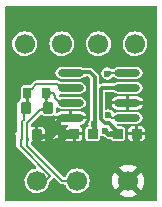
<source format=gtl>
G75*
G70*
%OFA0B0*%
%FSLAX25Y25*%
%IPPOS*%
%LPD*%
%AMOC8*
5,1,8,0,0,1.08239X$1,22.5*
%
%AMM1*
21,1,0.035430,0.030320,0.000000,0.000000,180.000000*
21,1,0.028350,0.037400,0.000000,0.000000,180.000000*
1,1,0.007090,-0.014170,0.015160*
1,1,0.007090,0.014170,0.015160*
1,1,0.007090,0.014170,-0.015160*
1,1,0.007090,-0.014170,-0.015160*
%
%AMM2*
21,1,0.033470,0.026770,0.000000,0.000000,0.000000*
21,1,0.026770,0.033470,0.000000,0.000000,0.000000*
1,1,0.006690,0.013390,-0.013390*
1,1,0.006690,-0.013390,-0.013390*
1,1,0.006690,-0.013390,0.013390*
1,1,0.006690,0.013390,0.013390*
%
%AMM3*
21,1,0.027560,0.030710,0.000000,0.000000,180.000000*
21,1,0.022050,0.036220,0.000000,0.000000,180.000000*
1,1,0.005510,-0.011020,0.015350*
1,1,0.005510,0.011020,0.015350*
1,1,0.005510,0.011020,-0.015350*
1,1,0.005510,-0.011020,-0.015350*
%
%ADD10C,0.06693*%
%ADD11O,0.00787X0.22323*%
%ADD12O,0.38583X0.01575*%
%ADD13O,0.43701X0.00787*%
%ADD14O,0.01969X0.00984*%
%ADD15O,0.00787X0.26772*%
%ADD16O,0.00984X0.01969*%
%ADD17C,0.02362*%
%ADD18C,0.00800*%
%ADD20C,0.00787*%
%ADD23M1*%
%ADD24O,0.08661X0.02362*%
%ADD25M2*%
%ADD26M3*%
%ADD27O,0.01968X0.00984*%
%ADD28O,0.00984X0.01968*%
%ADD29C,0.01575*%
%ADD30C,0.01181*%
X0000000Y0000000D02*
%LPD*%
G01*
D10*
X0024409Y0007087D03*
X0006929Y0052756D03*
X0043701Y0052756D03*
D11*
X0004085Y0034721D03*
D12*
X0028396Y0019514D03*
D13*
X0025640Y0045499D03*
D14*
X0046604Y0019514D03*
D15*
X0047293Y0032359D03*
D16*
X0005856Y0019711D03*
X0007825Y0019711D03*
D17*
X0033612Y0023845D03*
X0030167Y0025912D03*
X0034793Y0028865D03*
X0034498Y0042841D03*
D10*
X0011024Y0007087D03*
X0019291Y0052756D03*
X0041339Y0007087D03*
X0031496Y0052756D03*
D17*
X0003150Y0016929D03*
X0014567Y0016929D03*
X0001969Y0002362D03*
X0049213Y0063780D03*
X0001969Y0064173D03*
X0048031Y0002756D03*
D18*
X0007825Y0019711D02*
X0007825Y0018791D01*
X0007825Y0018791D02*
X0019529Y0007087D01*
X0019529Y0007087D02*
X0024409Y0007087D01*
X0013780Y0007087D02*
X0011024Y0007087D01*
X0015533Y0008840D02*
X0013780Y0007087D01*
X0005856Y0018517D02*
X0015533Y0008840D01*
X0005856Y0019711D02*
X0005856Y0018517D01*
G36*
X0050953Y0065276D02*
G01*
X0051136Y0065064D01*
X0051181Y0064858D01*
X0051181Y0000890D01*
X0051102Y0000622D01*
X0050891Y0000439D01*
X0050685Y0000394D01*
X0000890Y0000394D01*
X0000622Y0000472D01*
X0000439Y0000684D01*
X0000394Y0000890D01*
X0000394Y0002658D01*
X0038346Y0002658D01*
X0038367Y0002630D01*
X0039003Y0002259D01*
X0039040Y0002241D01*
X0039823Y0001942D01*
X0039862Y0001931D01*
X0040683Y0001764D01*
X0040724Y0001759D01*
X0041562Y0001728D01*
X0041602Y0001730D01*
X0042434Y0001836D01*
X0042473Y0001845D01*
X0043277Y0002086D01*
X0043314Y0002101D01*
X0044067Y0002470D01*
X0044102Y0002490D01*
X0044288Y0002623D01*
X0044321Y0002665D01*
X0044294Y0002717D01*
X0041389Y0005622D01*
X0041334Y0005652D01*
X0041327Y0005651D01*
X0041301Y0005635D01*
X0038373Y0002707D01*
X0038346Y0002658D01*
X0000394Y0002658D01*
X0000394Y0022845D01*
X0003394Y0022845D01*
X0004047Y0022192D01*
X0004181Y0021947D01*
X0004192Y0021841D01*
X0004192Y0018257D01*
X0004342Y0018257D01*
X0004611Y0018179D01*
X0004765Y0018022D01*
X0004779Y0017999D01*
X0004812Y0017934D01*
X0004851Y0017844D01*
X0004867Y0017825D01*
X0004875Y0017816D01*
X0004875Y0017816D01*
X0004883Y0017808D01*
X0004883Y0017807D01*
X0004912Y0017770D01*
X0004936Y0017744D01*
X0004960Y0017705D01*
X0004996Y0017677D01*
X0005046Y0017639D01*
X0005097Y0017595D01*
X0010668Y0012024D01*
X0010801Y0011779D01*
X0010782Y0011500D01*
X0010614Y0011276D01*
X0010362Y0011179D01*
X0010269Y0011171D01*
X0010269Y0011171D01*
X0010245Y0011169D01*
X0009467Y0010940D01*
X0008748Y0010564D01*
X0008729Y0010549D01*
X0008729Y0010549D01*
X0008689Y0010516D01*
X0008116Y0010056D01*
X0007595Y0009435D01*
X0007583Y0009413D01*
X0007583Y0009413D01*
X0007556Y0009365D01*
X0007204Y0008724D01*
X0006959Y0007951D01*
X0006956Y0007927D01*
X0006956Y0007927D01*
X0006948Y0007853D01*
X0006868Y0007145D01*
X0006882Y0006984D01*
X0006931Y0006392D01*
X0006936Y0006336D01*
X0006943Y0006313D01*
X0007152Y0005584D01*
X0007160Y0005557D01*
X0007171Y0005535D01*
X0007171Y0005535D01*
X0007519Y0004857D01*
X0007530Y0004835D01*
X0008034Y0004200D01*
X0008652Y0003674D01*
X0009360Y0003278D01*
X0009733Y0003157D01*
X0010108Y0003035D01*
X0010108Y0003035D01*
X0010131Y0003028D01*
X0010937Y0002932D01*
X0010961Y0002934D01*
X0010961Y0002934D01*
X0011181Y0002951D01*
X0011745Y0002994D01*
X0011769Y0003000D01*
X0011769Y0003000D01*
X0012503Y0003206D01*
X0012503Y0003206D01*
X0012526Y0003212D01*
X0012548Y0003223D01*
X0012548Y0003223D01*
X0013229Y0003567D01*
X0013250Y0003578D01*
X0013890Y0004077D01*
X0013908Y0004099D01*
X0014404Y0004673D01*
X0014404Y0004673D01*
X0014420Y0004691D01*
X0014502Y0004835D01*
X0014571Y0004958D01*
X0014820Y0005396D01*
X0015076Y0006166D01*
X0015132Y0006610D01*
X0015244Y0006866D01*
X0015274Y0006899D01*
X0016228Y0007853D01*
X0016262Y0007884D01*
X0016301Y0007905D01*
X0016331Y0007941D01*
X0016347Y0007954D01*
X0016604Y0008063D01*
X0016880Y0008016D01*
X0017013Y0007921D01*
X0018542Y0006392D01*
X0018549Y0006384D01*
X0018558Y0006365D01*
X0018592Y0006334D01*
X0018592Y0006334D01*
X0018700Y0006233D01*
X0018714Y0006220D01*
X0018767Y0006167D01*
X0018782Y0006157D01*
X0018793Y0006147D01*
X0018849Y0006095D01*
X0018849Y0006095D01*
X0018883Y0006064D01*
X0018925Y0006047D01*
X0018941Y0006037D01*
X0018985Y0006014D01*
X0019001Y0006006D01*
X0019039Y0005980D01*
X0019084Y0005970D01*
X0019134Y0005958D01*
X0019204Y0005936D01*
X0019262Y0005913D01*
X0019262Y0005913D01*
X0019294Y0005900D01*
X0019319Y0005897D01*
X0019332Y0005897D01*
X0019332Y0005897D01*
X0019344Y0005897D01*
X0019343Y0005896D01*
X0019390Y0005890D01*
X0019426Y0005889D01*
X0019470Y0005878D01*
X0019516Y0005884D01*
X0019516Y0005884D01*
X0019578Y0005893D01*
X0019645Y0005897D01*
X0020076Y0005897D01*
X0020344Y0005818D01*
X0020537Y0005584D01*
X0020539Y0005580D01*
X0020545Y0005557D01*
X0020616Y0005419D01*
X0020784Y0005093D01*
X0020916Y0004835D01*
X0021420Y0004200D01*
X0022038Y0003674D01*
X0022746Y0003278D01*
X0023119Y0003157D01*
X0023494Y0003035D01*
X0023494Y0003035D01*
X0023517Y0003028D01*
X0024322Y0002932D01*
X0024347Y0002934D01*
X0024347Y0002934D01*
X0024567Y0002951D01*
X0025131Y0002994D01*
X0025154Y0003000D01*
X0025154Y0003000D01*
X0025889Y0003206D01*
X0025889Y0003206D01*
X0025912Y0003212D01*
X0025934Y0003223D01*
X0025934Y0003223D01*
X0026615Y0003567D01*
X0026636Y0003578D01*
X0027275Y0004077D01*
X0027294Y0004099D01*
X0027790Y0004673D01*
X0027790Y0004673D01*
X0027805Y0004691D01*
X0027887Y0004835D01*
X0027957Y0004958D01*
X0028206Y0005396D01*
X0028462Y0006166D01*
X0028564Y0006971D01*
X0028565Y0007087D01*
X0028554Y0007197D01*
X0035977Y0007197D01*
X0036025Y0006360D01*
X0036030Y0006320D01*
X0036215Y0005502D01*
X0036227Y0005463D01*
X0036542Y0004687D01*
X0036561Y0004650D01*
X0036876Y0004136D01*
X0036917Y0004099D01*
X0036952Y0004114D01*
X0039874Y0007036D01*
X0039899Y0007082D01*
X0042773Y0007082D01*
X0042774Y0007075D01*
X0042791Y0007049D01*
X0045711Y0004129D01*
X0045758Y0004103D01*
X0045804Y0004138D01*
X0045925Y0004307D01*
X0045946Y0004342D01*
X0046318Y0005093D01*
X0046333Y0005131D01*
X0046576Y0005933D01*
X0046585Y0005973D01*
X0046695Y0006811D01*
X0046697Y0006838D01*
X0046703Y0007073D01*
X0046702Y0007100D01*
X0046633Y0007943D01*
X0046626Y0007983D01*
X0046422Y0008796D01*
X0046409Y0008834D01*
X0046075Y0009603D01*
X0046056Y0009639D01*
X0045799Y0010035D01*
X0045757Y0010071D01*
X0045720Y0010054D01*
X0042803Y0007137D01*
X0042773Y0007082D01*
X0039899Y0007082D01*
X0039904Y0007091D01*
X0039903Y0007098D01*
X0039887Y0007124D01*
X0036968Y0010043D01*
X0036922Y0010068D01*
X0036874Y0010030D01*
X0036685Y0009753D01*
X0036665Y0009718D01*
X0036312Y0008958D01*
X0036298Y0008919D01*
X0036074Y0008111D01*
X0036067Y0008072D01*
X0035978Y0007238D01*
X0035977Y0007197D01*
X0028554Y0007197D01*
X0028486Y0007894D01*
X0028252Y0008670D01*
X0027871Y0009386D01*
X0027572Y0009753D01*
X0027374Y0009996D01*
X0027374Y0009996D01*
X0027358Y0010015D01*
X0027340Y0010030D01*
X0026752Y0010516D01*
X0026752Y0010517D01*
X0026733Y0010532D01*
X0026020Y0010918D01*
X0025245Y0011158D01*
X0025221Y0011160D01*
X0025221Y0011160D01*
X0024463Y0011240D01*
X0024463Y0011240D01*
X0024438Y0011242D01*
X0024097Y0011211D01*
X0023655Y0011171D01*
X0023655Y0011171D01*
X0023631Y0011169D01*
X0022853Y0010940D01*
X0022134Y0010564D01*
X0022115Y0010549D01*
X0022115Y0010549D01*
X0022075Y0010516D01*
X0021502Y0010056D01*
X0020980Y0009435D01*
X0020969Y0009413D01*
X0020969Y0009413D01*
X0020942Y0009365D01*
X0020590Y0008724D01*
X0020582Y0008701D01*
X0020575Y0008685D01*
X0020397Y0008469D01*
X0020131Y0008384D01*
X0019861Y0008457D01*
X0019769Y0008529D01*
X0016788Y0011510D01*
X0038351Y0011510D01*
X0038378Y0011462D01*
X0041288Y0008551D01*
X0041343Y0008521D01*
X0041350Y0008522D01*
X0041376Y0008539D01*
X0044305Y0011467D01*
X0044332Y0011518D01*
X0044306Y0011554D01*
X0044290Y0011565D01*
X0043556Y0011970D01*
X0043519Y0011987D01*
X0042728Y0012267D01*
X0042689Y0012277D01*
X0041863Y0012424D01*
X0041823Y0012428D01*
X0040985Y0012438D01*
X0040944Y0012435D01*
X0040115Y0012308D01*
X0040076Y0012299D01*
X0039279Y0012039D01*
X0039242Y0012023D01*
X0038498Y0011636D01*
X0038464Y0011614D01*
X0038385Y0011555D01*
X0038351Y0011510D01*
X0016788Y0011510D01*
X0009252Y0019046D01*
X0009118Y0019292D01*
X0009106Y0019397D01*
X0009106Y0019457D01*
X0009185Y0019726D01*
X0009252Y0019808D01*
X0009492Y0020049D01*
X0009737Y0020183D01*
X0009843Y0020194D01*
X0047047Y0020194D01*
X0047047Y0045243D01*
X0004429Y0045243D01*
X0004429Y0024086D01*
X0004350Y0023818D01*
X0004284Y0023735D01*
X0003394Y0022845D01*
X0000394Y0022845D01*
X0000394Y0052814D01*
X0002774Y0052814D01*
X0002842Y0052006D01*
X0003065Y0051226D01*
X0003076Y0051204D01*
X0003076Y0051204D01*
X0003158Y0051044D01*
X0003436Y0050505D01*
X0003940Y0049869D01*
X0004557Y0049343D01*
X0005265Y0048948D01*
X0005639Y0048826D01*
X0006014Y0048705D01*
X0006014Y0048704D01*
X0006037Y0048697D01*
X0006842Y0048601D01*
X0006866Y0048603D01*
X0006866Y0048603D01*
X0007087Y0048620D01*
X0007651Y0048663D01*
X0007674Y0048670D01*
X0007674Y0048670D01*
X0008409Y0048875D01*
X0008409Y0048875D01*
X0008432Y0048881D01*
X0008454Y0048892D01*
X0008454Y0048892D01*
X0009134Y0049236D01*
X0009156Y0049247D01*
X0009795Y0049746D01*
X0010325Y0050360D01*
X0010407Y0050505D01*
X0010714Y0051044D01*
X0010726Y0051066D01*
X0010982Y0051835D01*
X0011083Y0052640D01*
X0011085Y0052756D01*
X0011079Y0052814D01*
X0015136Y0052814D01*
X0015204Y0052006D01*
X0015427Y0051226D01*
X0015438Y0051204D01*
X0015438Y0051204D01*
X0015521Y0051044D01*
X0015798Y0050505D01*
X0016302Y0049869D01*
X0016920Y0049343D01*
X0017628Y0048948D01*
X0018001Y0048826D01*
X0018376Y0048705D01*
X0018376Y0048704D01*
X0018399Y0048697D01*
X0019204Y0048601D01*
X0019228Y0048603D01*
X0019228Y0048603D01*
X0019449Y0048620D01*
X0020013Y0048663D01*
X0020036Y0048670D01*
X0020036Y0048670D01*
X0020771Y0048875D01*
X0020771Y0048875D01*
X0020794Y0048881D01*
X0020816Y0048892D01*
X0020816Y0048892D01*
X0021497Y0049236D01*
X0021518Y0049247D01*
X0022157Y0049746D01*
X0022687Y0050360D01*
X0022769Y0050505D01*
X0023076Y0051044D01*
X0023088Y0051066D01*
X0023344Y0051835D01*
X0023446Y0052640D01*
X0023447Y0052756D01*
X0023441Y0052814D01*
X0027341Y0052814D01*
X0027408Y0052006D01*
X0027632Y0051226D01*
X0027643Y0051204D01*
X0027643Y0051204D01*
X0027725Y0051044D01*
X0028003Y0050505D01*
X0028507Y0049869D01*
X0029124Y0049343D01*
X0029832Y0048948D01*
X0030206Y0048826D01*
X0030581Y0048705D01*
X0030581Y0048704D01*
X0030604Y0048697D01*
X0031409Y0048601D01*
X0031433Y0048603D01*
X0031433Y0048603D01*
X0031654Y0048620D01*
X0032218Y0048663D01*
X0032241Y0048670D01*
X0032241Y0048670D01*
X0032976Y0048875D01*
X0032976Y0048875D01*
X0032999Y0048881D01*
X0033021Y0048892D01*
X0033021Y0048892D01*
X0033701Y0049236D01*
X0033723Y0049247D01*
X0034362Y0049746D01*
X0034892Y0050360D01*
X0034974Y0050505D01*
X0035281Y0051044D01*
X0035293Y0051066D01*
X0035549Y0051835D01*
X0035650Y0052640D01*
X0035652Y0052756D01*
X0035646Y0052814D01*
X0039545Y0052814D01*
X0039613Y0052006D01*
X0039837Y0051226D01*
X0039848Y0051204D01*
X0039848Y0051204D01*
X0039930Y0051044D01*
X0040208Y0050505D01*
X0040711Y0049869D01*
X0041329Y0049343D01*
X0042037Y0048948D01*
X0042410Y0048826D01*
X0042785Y0048705D01*
X0042785Y0048704D01*
X0042808Y0048697D01*
X0043614Y0048601D01*
X0043638Y0048603D01*
X0043638Y0048603D01*
X0043858Y0048620D01*
X0044422Y0048663D01*
X0044446Y0048670D01*
X0044446Y0048670D01*
X0045180Y0048875D01*
X0045180Y0048875D01*
X0045204Y0048881D01*
X0045225Y0048892D01*
X0045225Y0048892D01*
X0045906Y0049236D01*
X0045928Y0049247D01*
X0046567Y0049746D01*
X0047097Y0050360D01*
X0047179Y0050505D01*
X0047485Y0051044D01*
X0047497Y0051066D01*
X0047753Y0051835D01*
X0047855Y0052640D01*
X0047857Y0052756D01*
X0047777Y0053563D01*
X0047543Y0054340D01*
X0047162Y0055056D01*
X0046873Y0055410D01*
X0046665Y0055665D01*
X0046665Y0055665D01*
X0046650Y0055684D01*
X0046582Y0055740D01*
X0046043Y0056186D01*
X0046043Y0056186D01*
X0046025Y0056201D01*
X0045311Y0056587D01*
X0044536Y0056827D01*
X0044512Y0056829D01*
X0044512Y0056829D01*
X0043754Y0056909D01*
X0043754Y0056909D01*
X0043730Y0056912D01*
X0043388Y0056881D01*
X0042946Y0056840D01*
X0042946Y0056840D01*
X0042922Y0056838D01*
X0042144Y0056609D01*
X0041425Y0056233D01*
X0041406Y0056218D01*
X0041406Y0056218D01*
X0041366Y0056186D01*
X0040793Y0055725D01*
X0040272Y0055104D01*
X0040260Y0055083D01*
X0040260Y0055083D01*
X0040234Y0055034D01*
X0039881Y0054393D01*
X0039636Y0053620D01*
X0039633Y0053596D01*
X0039633Y0053596D01*
X0039548Y0052838D01*
X0039545Y0052814D01*
X0035646Y0052814D01*
X0035573Y0053563D01*
X0035338Y0054340D01*
X0034958Y0055056D01*
X0034669Y0055410D01*
X0034460Y0055665D01*
X0034460Y0055665D01*
X0034445Y0055684D01*
X0034377Y0055740D01*
X0033839Y0056186D01*
X0033839Y0056186D01*
X0033820Y0056201D01*
X0033107Y0056587D01*
X0032332Y0056827D01*
X0032308Y0056829D01*
X0032308Y0056829D01*
X0031549Y0056909D01*
X0031549Y0056909D01*
X0031525Y0056912D01*
X0031183Y0056881D01*
X0030742Y0056840D01*
X0030741Y0056840D01*
X0030717Y0056838D01*
X0029939Y0056609D01*
X0029220Y0056233D01*
X0029202Y0056218D01*
X0029202Y0056218D01*
X0029161Y0056186D01*
X0028588Y0055725D01*
X0028067Y0055104D01*
X0028055Y0055083D01*
X0028055Y0055083D01*
X0028029Y0055034D01*
X0027676Y0054393D01*
X0027431Y0053620D01*
X0027428Y0053596D01*
X0027428Y0053596D01*
X0027343Y0052838D01*
X0027341Y0052814D01*
X0023441Y0052814D01*
X0023368Y0053563D01*
X0023134Y0054340D01*
X0022753Y0055056D01*
X0022464Y0055410D01*
X0022256Y0055665D01*
X0022256Y0055665D01*
X0022240Y0055684D01*
X0022172Y0055740D01*
X0021634Y0056186D01*
X0021634Y0056186D01*
X0021615Y0056201D01*
X0020902Y0056587D01*
X0020127Y0056827D01*
X0020103Y0056829D01*
X0020103Y0056829D01*
X0019344Y0056909D01*
X0019344Y0056909D01*
X0019320Y0056912D01*
X0018978Y0056881D01*
X0018537Y0056840D01*
X0018537Y0056840D01*
X0018513Y0056838D01*
X0017735Y0056609D01*
X0017016Y0056233D01*
X0016997Y0056218D01*
X0016997Y0056218D01*
X0016957Y0056186D01*
X0016384Y0055725D01*
X0015862Y0055104D01*
X0015851Y0055083D01*
X0015851Y0055083D01*
X0015824Y0055034D01*
X0015472Y0054393D01*
X0015226Y0053620D01*
X0015224Y0053596D01*
X0015224Y0053596D01*
X0015139Y0052838D01*
X0015136Y0052814D01*
X0011079Y0052814D01*
X0011006Y0053563D01*
X0010771Y0054340D01*
X0010391Y0055056D01*
X0010102Y0055410D01*
X0009893Y0055665D01*
X0009893Y0055665D01*
X0009878Y0055684D01*
X0009810Y0055740D01*
X0009272Y0056186D01*
X0009272Y0056186D01*
X0009253Y0056201D01*
X0008540Y0056587D01*
X0007765Y0056827D01*
X0007741Y0056829D01*
X0007741Y0056829D01*
X0006982Y0056909D01*
X0006982Y0056909D01*
X0006958Y0056912D01*
X0006616Y0056881D01*
X0006175Y0056840D01*
X0006175Y0056840D01*
X0006150Y0056838D01*
X0005372Y0056609D01*
X0004654Y0056233D01*
X0004635Y0056218D01*
X0004635Y0056218D01*
X0004594Y0056186D01*
X0004021Y0055725D01*
X0003500Y0055104D01*
X0003488Y0055083D01*
X0003488Y0055083D01*
X0003462Y0055034D01*
X0003109Y0054393D01*
X0002864Y0053620D01*
X0002861Y0053596D01*
X0002861Y0053596D01*
X0002776Y0052838D01*
X0002774Y0052814D01*
X0000394Y0052814D01*
X0000394Y0064858D01*
X0000472Y0065126D01*
X0000684Y0065310D01*
X0000890Y0065354D01*
X0050685Y0065354D01*
X0050953Y0065276D01*
G37*
X0003297Y0018432D02*
G01*
G75*
G36*
X0047794Y0045097D02*
X0047685Y0019515D01*
X0020974Y0019315D01*
X0020616Y0019768D01*
X0020721Y0020263D01*
X0020781Y0020293D01*
X0019819Y0020293D01*
X0019614Y0020077D01*
X0019424Y0020293D01*
X0018454Y0020293D01*
X0018454Y0019802D01*
X0017696Y0019802D01*
X0017689Y0019403D01*
X0017637Y0019434D01*
X0017558Y0019461D01*
X0017452Y0019486D01*
X0017320Y0019507D01*
X0016973Y0019540D01*
X0016251Y0019564D01*
X0016173Y0019564D01*
X0015960Y0019278D01*
X0013610Y0019260D01*
X0013476Y0019505D01*
X0013407Y0019759D01*
X0013667Y0020148D01*
X0013772Y0020676D01*
X0013772Y0021092D01*
X0013400Y0021053D01*
X0013207Y0021010D01*
X0013044Y0020954D01*
X0012909Y0020886D01*
X0012804Y0020805D01*
X0012728Y0020712D01*
X0012681Y0020607D01*
X0012664Y0020489D01*
X0012691Y0021692D01*
X0010974Y0021692D01*
X0010974Y0022192D01*
X0010474Y0022192D01*
X0010474Y0025088D01*
X0009557Y0025088D01*
X0009482Y0025074D01*
X0009084Y0025394D01*
X0009070Y0025848D01*
X0012340Y0029118D01*
X0012474Y0029105D01*
X0012852Y0028853D01*
X0013297Y0028764D01*
X0016132Y0028764D01*
X0016577Y0028853D01*
X0016957Y0028558D01*
X0021773Y0028558D01*
X0021773Y0030282D01*
X0019124Y0030282D01*
X0018273Y0030113D01*
X0017776Y0029781D01*
X0017594Y0029837D01*
X0017296Y0030061D01*
X0017296Y0031419D01*
X0017796Y0031578D01*
X0018356Y0031204D01*
X0019124Y0031051D01*
X0025423Y0031051D01*
X0026191Y0031204D01*
X0026842Y0031639D01*
X0027277Y0032290D01*
X0027430Y0033058D01*
X0027277Y0033826D01*
X0026842Y0034477D01*
X0026191Y0034912D01*
X0025423Y0035065D01*
X0019124Y0035065D01*
X0019046Y0035050D01*
X0018662Y0035050D01*
X0018380Y0035459D01*
X0018332Y0035698D01*
X0018682Y0036115D01*
X0018717Y0036132D01*
X0019124Y0036051D01*
X0025423Y0036051D01*
X0026191Y0036204D01*
X0026842Y0036639D01*
X0027277Y0037290D01*
X0027430Y0038058D01*
X0027277Y0038826D01*
X0026842Y0039477D01*
X0026191Y0039912D01*
X0025423Y0040065D01*
X0019124Y0040065D01*
X0019046Y0040050D01*
X0018931Y0040050D01*
X0018929Y0040052D01*
X0018791Y0040189D01*
X0018401Y0040450D01*
X0017940Y0040542D01*
X0017940Y0040542D01*
X0010817Y0040542D01*
X0010356Y0040450D01*
X0009965Y0040189D01*
X0009965Y0040189D01*
X0008741Y0038965D01*
X0006722Y0038965D01*
X0006307Y0038882D01*
X0005956Y0038647D01*
X0005721Y0038296D01*
X0005638Y0037881D01*
X0005638Y0034810D01*
X0005679Y0034606D01*
X0005427Y0034093D01*
X0005371Y0034035D01*
X0004993Y0033783D01*
X0004741Y0033405D01*
X0004683Y0033112D01*
X0004183Y0033161D01*
X0004183Y0045548D01*
X0018990Y0045548D01*
X0019039Y0045048D01*
X0018356Y0044912D01*
X0017705Y0044477D01*
X0017269Y0043826D01*
X0017117Y0043058D01*
X0017269Y0042290D01*
X0017705Y0041639D01*
X0018356Y0041204D01*
X0019124Y0041051D01*
X0025423Y0041051D01*
X0026191Y0041204D01*
X0026842Y0041639D01*
X0026979Y0041843D01*
X0026990Y0041845D01*
X0027375Y0041879D01*
X0027962Y0041879D01*
X0028861Y0040980D01*
X0028861Y0027488D01*
X0028857Y0027460D01*
X0028848Y0027412D01*
X0028844Y0027396D01*
X0028748Y0027332D01*
X0028313Y0026680D01*
X0028160Y0025912D01*
X0028224Y0025591D01*
X0027946Y0025175D01*
X0027859Y0025158D01*
X0027488Y0024910D01*
X0027240Y0024539D01*
X0027153Y0024101D01*
X0027153Y0021424D01*
X0027240Y0020986D01*
X0027488Y0020615D01*
X0027859Y0020367D01*
X0028297Y0020280D01*
X0030974Y0020280D01*
X0031412Y0020367D01*
X0031783Y0020615D01*
X0032031Y0020986D01*
X0032118Y0021424D01*
X0032118Y0021875D01*
X0032618Y0022142D01*
X0032844Y0021991D01*
X0033406Y0021879D01*
X0033707Y0021578D01*
X0034228Y0021230D01*
X0034842Y0021108D01*
X0034842Y0021108D01*
X0035214Y0021108D01*
X0035306Y0021101D01*
X0035475Y0021076D01*
X0035573Y0021052D01*
X0035586Y0020986D01*
X0035834Y0020615D01*
X0036206Y0020367D01*
X0036643Y0020280D01*
X0039321Y0020280D01*
X0039758Y0020367D01*
X0040129Y0020615D01*
X0040377Y0020986D01*
X0040465Y0021424D01*
X0040465Y0024101D01*
X0040377Y0024539D01*
X0040129Y0024910D01*
X0039758Y0025158D01*
X0039321Y0025245D01*
X0038119Y0025245D01*
X0038068Y0025274D01*
X0037916Y0025374D01*
X0037624Y0025620D01*
X0037847Y0026086D01*
X0038021Y0026051D01*
X0044321Y0026051D01*
X0045089Y0026204D01*
X0045740Y0026639D01*
X0046175Y0027290D01*
X0046328Y0028058D01*
X0046175Y0028826D01*
X0045740Y0029477D01*
X0045089Y0029912D01*
X0044321Y0030065D01*
X0038021Y0030065D01*
X0037253Y0029912D01*
X0037085Y0029800D01*
X0036428Y0029962D01*
X0036212Y0030284D01*
X0035561Y0030719D01*
X0034793Y0030872D01*
X0034139Y0030742D01*
X0033639Y0031017D01*
X0033639Y0036712D01*
X0036046Y0036712D01*
X0036095Y0036708D01*
X0036231Y0036690D01*
X0036356Y0036665D01*
X0036473Y0036635D01*
X0036581Y0036598D01*
X0036681Y0036557D01*
X0036774Y0036510D01*
X0036861Y0036457D01*
X0036967Y0036382D01*
X0037026Y0036356D01*
X0037253Y0036204D01*
X0038021Y0036051D01*
X0044321Y0036051D01*
X0045089Y0036204D01*
X0045740Y0036639D01*
X0046175Y0037290D01*
X0046328Y0038058D01*
X0046175Y0038826D01*
X0045740Y0039477D01*
X0045089Y0039912D01*
X0044321Y0040065D01*
X0038021Y0040065D01*
X0037253Y0039912D01*
X0037032Y0039765D01*
X0036977Y0039741D01*
X0036907Y0039693D01*
X0036858Y0039666D01*
X0036793Y0039637D01*
X0036711Y0039609D01*
X0036612Y0039582D01*
X0036495Y0039558D01*
X0036371Y0039539D01*
X0036146Y0039522D01*
X0032753Y0039522D01*
X0032215Y0039415D01*
X0032171Y0039385D01*
X0031671Y0039652D01*
X0031671Y0041562D01*
X0031564Y0042100D01*
X0031259Y0042555D01*
X0029537Y0044277D01*
X0029081Y0044582D01*
X0028544Y0044689D01*
X0027012Y0044689D01*
X0026886Y0044694D01*
X0026612Y0044722D01*
X0026526Y0044736D01*
X0026463Y0044751D01*
X0026443Y0044757D01*
X0026437Y0044761D01*
X0026397Y0044776D01*
X0026394Y0044777D01*
X0026393Y0044777D01*
X0026191Y0044912D01*
X0025508Y0045048D01*
X0025557Y0045548D01*
X0037887Y0045548D01*
X0037936Y0045048D01*
X0037253Y0044912D01*
X0036602Y0044477D01*
X0036467Y0044275D01*
X0036331Y0044262D01*
X0036112Y0044262D01*
X0036061Y0044271D01*
X0036007Y0044284D01*
X0035951Y0044301D01*
X0035893Y0044323D01*
X0035843Y0044345D01*
X0035695Y0044427D01*
X0035619Y0044478D01*
X0035549Y0044507D01*
X0035266Y0044696D01*
X0034498Y0044849D01*
X0033730Y0044696D01*
X0033079Y0044261D01*
X0032643Y0043609D01*
X0032491Y0042841D01*
X0032643Y0042073D01*
X0033079Y0041422D01*
X0033730Y0040987D01*
X0034498Y0040834D01*
X0035266Y0040987D01*
X0035917Y0041422D01*
X0036041Y0041608D01*
X0036297Y0041655D01*
X0036602Y0041639D01*
X0037253Y0041204D01*
X0038021Y0041051D01*
X0044321Y0041051D01*
X0045089Y0041204D01*
X0045740Y0041639D01*
X0046175Y0042290D01*
X0046328Y0043058D01*
X0046175Y0043826D01*
X0045740Y0044477D01*
X0045089Y0044912D01*
X0044406Y0045048D01*
X0044455Y0045548D01*
X0047342Y0045548D01*
X0047794Y0045097D01*
D02*
G37*
G36*
X0037162Y0042278D02*
X0037151Y0042351D01*
X0037120Y0042417D01*
X0037069Y0042475D01*
X0036997Y0042525D01*
X0036904Y0042568D01*
X0036791Y0042602D01*
X0036657Y0042629D01*
X0036502Y0042649D01*
X0036327Y0042660D01*
X0036298Y0042661D01*
X0036262Y0042659D01*
X0036155Y0042645D01*
X0036053Y0042621D01*
X0035956Y0042587D01*
X0035864Y0042544D01*
X0035777Y0042491D01*
X0035695Y0042429D01*
X0035618Y0042356D01*
X0035546Y0042275D01*
X0035479Y0042183D01*
X0035175Y0043809D01*
X0035278Y0043741D01*
X0035483Y0043627D01*
X0035587Y0043580D01*
X0035691Y0043541D01*
X0035795Y0043509D01*
X0035900Y0043484D01*
X0036006Y0043466D01*
X0036111Y0043455D01*
X0036186Y0043453D01*
X0036327Y0043455D01*
X0036657Y0043486D01*
X0036791Y0043514D01*
X0036904Y0043548D01*
X0036997Y0043591D01*
X0037069Y0043641D01*
X0037120Y0043699D01*
X0037151Y0043765D01*
X0037162Y0043838D01*
X0037162Y0042278D01*
D02*
G37*
G36*
X0026075Y0044040D02*
X0026156Y0044006D01*
X0026254Y0043975D01*
X0026371Y0043948D01*
X0026506Y0043926D01*
X0026829Y0043893D01*
X0027226Y0043877D01*
X0027451Y0043874D01*
X0027718Y0042693D01*
X0027405Y0042688D01*
X0026879Y0042641D01*
X0026666Y0042600D01*
X0026486Y0042548D01*
X0026341Y0042484D01*
X0026228Y0042409D01*
X0026149Y0042321D01*
X0026103Y0042223D01*
X0026091Y0042112D01*
X0026013Y0044079D01*
X0026075Y0044040D01*
D02*
G37*
G36*
X0018321Y0039515D02*
X0018581Y0039291D01*
X0018652Y0039242D01*
X0018714Y0039207D01*
X0018769Y0039184D01*
X0018815Y0039174D01*
X0018852Y0039177D01*
X0018882Y0039193D01*
X0018031Y0038444D01*
X0018051Y0038471D01*
X0018058Y0038505D01*
X0018053Y0038548D01*
X0018035Y0038598D01*
X0018004Y0038655D01*
X0017961Y0038721D01*
X0017905Y0038794D01*
X0017755Y0038963D01*
X0017661Y0039059D01*
X0018218Y0039616D01*
X0018321Y0039515D01*
D02*
G37*
G36*
X0037432Y0037037D02*
X0037301Y0037130D01*
X0037162Y0037213D01*
X0037017Y0037287D01*
X0036864Y0037350D01*
X0036703Y0037404D01*
X0036536Y0037448D01*
X0036362Y0037482D01*
X0036180Y0037507D01*
X0035991Y0037522D01*
X0035795Y0037526D01*
X0035865Y0038708D01*
X0036076Y0038711D01*
X0036461Y0038741D01*
X0036635Y0038767D01*
X0036798Y0038801D01*
X0036949Y0038841D01*
X0037087Y0038890D01*
X0037214Y0038945D01*
X0037329Y0039009D01*
X0037432Y0039079D01*
X0037432Y0037037D01*
D02*
G37*
G36*
X0015491Y0037058D02*
X0015515Y0036991D01*
X0015555Y0036932D01*
X0015611Y0036881D01*
X0015683Y0036838D01*
X0015771Y0036802D01*
X0015875Y0036774D01*
X0015994Y0036755D01*
X0016130Y0036743D01*
X0016282Y0036739D01*
X0016282Y0035952D01*
X0016130Y0035948D01*
X0015994Y0035936D01*
X0015875Y0035916D01*
X0015771Y0035889D01*
X0015683Y0035853D01*
X0015611Y0035810D01*
X0015555Y0035759D01*
X0015515Y0035700D01*
X0015491Y0035633D01*
X0015483Y0035558D01*
X0015483Y0037133D01*
X0015491Y0037058D01*
D02*
G37*
G36*
X0008537Y0034545D02*
X0008470Y0034521D01*
X0008411Y0034481D01*
X0008360Y0034425D01*
X0008317Y0034353D01*
X0008281Y0034265D01*
X0008254Y0034162D01*
X0008234Y0034042D01*
X0008224Y0033925D01*
X0008234Y0033808D01*
X0008254Y0033688D01*
X0008281Y0033584D01*
X0008317Y0033497D01*
X0008360Y0033424D01*
X0008411Y0033369D01*
X0008470Y0033329D01*
X0008537Y0033305D01*
X0008612Y0033297D01*
X0007037Y0033297D01*
X0007112Y0033305D01*
X0007179Y0033329D01*
X0007238Y0033369D01*
X0007289Y0033424D01*
X0007332Y0033497D01*
X0007368Y0033584D01*
X0007395Y0033688D01*
X0007415Y0033808D01*
X0007425Y0033925D01*
X0007415Y0034042D01*
X0007395Y0034162D01*
X0007368Y0034265D01*
X0007332Y0034353D01*
X0007289Y0034425D01*
X0007238Y0034481D01*
X0007179Y0034521D01*
X0007112Y0034545D01*
X0007037Y0034553D01*
X0008612Y0034553D01*
X0008537Y0034545D01*
D02*
G37*
G36*
X0014836Y0034545D02*
X0014769Y0034521D01*
X0014710Y0034481D01*
X0014659Y0034425D01*
X0014616Y0034353D01*
X0014580Y0034265D01*
X0014553Y0034162D01*
X0014533Y0034042D01*
X0014523Y0033925D01*
X0014533Y0033808D01*
X0014553Y0033688D01*
X0014580Y0033584D01*
X0014616Y0033497D01*
X0014659Y0033424D01*
X0014710Y0033369D01*
X0014769Y0033329D01*
X0014836Y0033305D01*
X0014911Y0033297D01*
X0013336Y0033297D01*
X0013411Y0033305D01*
X0013478Y0033329D01*
X0013537Y0033369D01*
X0013588Y0033424D01*
X0013632Y0033497D01*
X0013667Y0033584D01*
X0013695Y0033688D01*
X0013714Y0033808D01*
X0013724Y0033925D01*
X0013714Y0034042D01*
X0013695Y0034162D01*
X0013667Y0034265D01*
X0013632Y0034353D01*
X0013588Y0034425D01*
X0013537Y0034481D01*
X0013478Y0034521D01*
X0013411Y0034545D01*
X0013336Y0034553D01*
X0014911Y0034553D01*
X0014836Y0034545D01*
D02*
G37*
G36*
X0012960Y0030339D02*
X0012954Y0030368D01*
X0012938Y0030394D01*
X0012910Y0030416D01*
X0012871Y0030436D01*
X0012821Y0030453D01*
X0012759Y0030466D01*
X0012687Y0030477D01*
X0012603Y0030485D01*
X0012403Y0030491D01*
X0012403Y0031278D01*
X0012509Y0031279D01*
X0012687Y0031291D01*
X0012759Y0031302D01*
X0012821Y0031316D01*
X0012871Y0031332D01*
X0012910Y0031352D01*
X0012938Y0031375D01*
X0012954Y0031401D01*
X0012960Y0031429D01*
X0012960Y0030339D01*
D02*
G37*
G36*
X0007454Y0029583D02*
X0007388Y0029559D01*
X0007328Y0029519D01*
X0007277Y0029463D01*
X0007234Y0029391D01*
X0007199Y0029303D01*
X0007171Y0029199D01*
X0007151Y0029079D01*
X0007139Y0028943D01*
X0007136Y0028792D01*
X0006348Y0028792D01*
X0006344Y0028943D01*
X0006332Y0029079D01*
X0006313Y0029199D01*
X0006285Y0029303D01*
X0006250Y0029391D01*
X0006206Y0029463D01*
X0006155Y0029519D01*
X0006096Y0029559D01*
X0006029Y0029583D01*
X0005954Y0029591D01*
X0007529Y0029591D01*
X0007454Y0029583D01*
D02*
G37*
G36*
X0037146Y0027298D02*
X0037138Y0027371D01*
X0037108Y0027437D01*
X0037057Y0027495D01*
X0036986Y0027545D01*
X0036894Y0027587D01*
X0036782Y0027622D01*
X0036648Y0027649D01*
X0036494Y0027668D01*
X0036319Y0027680D01*
X0036124Y0027684D01*
X0036140Y0028471D01*
X0036335Y0028475D01*
X0036666Y0028506D01*
X0036800Y0028533D01*
X0036914Y0028568D01*
X0037007Y0028610D01*
X0037080Y0028661D01*
X0037133Y0028719D01*
X0037165Y0028784D01*
X0037177Y0028858D01*
X0037146Y0027298D01*
D02*
G37*
G36*
X0030856Y0027580D02*
X0030858Y0027453D01*
X0030874Y0027223D01*
X0030889Y0027121D01*
X0030907Y0027027D01*
X0030930Y0026942D01*
X0030957Y0026865D01*
X0030987Y0026796D01*
X0031022Y0026736D01*
X0031061Y0026684D01*
X0029413Y0026822D01*
X0029463Y0026870D01*
X0029508Y0026926D01*
X0029547Y0026991D01*
X0029581Y0027065D01*
X0029610Y0027148D01*
X0029633Y0027240D01*
X0029651Y0027340D01*
X0029665Y0027450D01*
X0029672Y0027568D01*
X0029675Y0027695D01*
X0030856Y0027580D01*
D02*
G37*
G36*
X0030860Y0025411D02*
X0030882Y0025126D01*
X0031061Y0025141D01*
X0031022Y0025089D01*
X0030987Y0025029D01*
X0030957Y0024960D01*
X0030930Y0024883D01*
X0030923Y0024858D01*
X0030944Y0024771D01*
X0030982Y0024651D01*
X0031028Y0024547D01*
X0031081Y0024460D01*
X0031140Y0024389D01*
X0031207Y0024334D01*
X0030858Y0024348D01*
X0030856Y0024244D01*
X0029675Y0024130D01*
X0029672Y0024257D01*
X0029660Y0024395D01*
X0029084Y0024418D01*
X0029197Y0024426D01*
X0029297Y0024459D01*
X0029386Y0024516D01*
X0029462Y0024598D01*
X0029527Y0024705D01*
X0029564Y0024796D01*
X0029547Y0024833D01*
X0029508Y0024899D01*
X0029463Y0024955D01*
X0029413Y0025003D01*
X0029626Y0025021D01*
X0029651Y0025174D01*
X0029669Y0025381D01*
X0029675Y0025611D01*
X0030856Y0025611D01*
X0030860Y0025411D01*
D02*
G37*
G36*
X0036652Y0025389D02*
X0037434Y0024730D01*
X0037654Y0024585D01*
X0037852Y0024477D01*
X0038029Y0024406D01*
X0038186Y0024373D01*
X0038322Y0024377D01*
X0038437Y0024418D01*
X0037639Y0023962D01*
X0038086Y0023543D01*
X0037202Y0022658D01*
X0037193Y0022676D01*
X0037170Y0022708D01*
X0037133Y0022752D01*
X0036846Y0023060D01*
X0036562Y0023347D01*
X0036358Y0023230D01*
X0036387Y0021248D01*
X0036370Y0021377D01*
X0036322Y0021492D01*
X0036244Y0021594D01*
X0036135Y0021682D01*
X0035996Y0021757D01*
X0035826Y0021818D01*
X0035626Y0021865D01*
X0035395Y0021899D01*
X0035134Y0021919D01*
X0034842Y0021926D01*
X0034842Y0023501D01*
X0035129Y0023508D01*
X0035386Y0023528D01*
X0035612Y0023562D01*
X0035808Y0023610D01*
X0035973Y0023672D01*
X0036108Y0023747D01*
X0036212Y0023835D01*
X0036285Y0023936D01*
X0036273Y0023958D01*
X0036131Y0024157D01*
X0035952Y0024377D01*
X0035479Y0024883D01*
X0036350Y0025683D01*
X0036652Y0025389D01*
D02*
G37*
G36*
X0008219Y0021116D02*
X0008266Y0020416D01*
X0008277Y0020391D01*
X0007372Y0020391D01*
X0007383Y0020416D01*
X0007393Y0020454D01*
X0007402Y0020507D01*
X0007416Y0020654D01*
X0007429Y0020979D01*
X0007431Y0021266D01*
X0008218Y0021266D01*
X0008219Y0021116D01*
D02*
G37*
G36*
X0011767Y0021351D02*
X0011807Y0020931D01*
X0011843Y0020760D01*
X0011889Y0020616D01*
X0011945Y0020499D01*
X0012011Y0020408D01*
X0012087Y0020343D01*
X0012174Y0020305D01*
X0012270Y0020293D01*
X0011776Y0020285D01*
X0011774Y0020265D01*
X0011766Y0020042D01*
X0011762Y0019515D01*
X0010187Y0019515D01*
X0010164Y0020259D01*
X0009681Y0020251D01*
X0009777Y0020266D01*
X0009863Y0020308D01*
X0009939Y0020376D01*
X0010004Y0020471D01*
X0010060Y0020593D01*
X0010106Y0020741D01*
X0010141Y0020916D01*
X0010167Y0021118D01*
X0010182Y0021346D01*
X0010187Y0021601D01*
X0011762Y0021601D01*
X0011767Y0021351D01*
D02*
G37*
%LPC*%
G36*
X0044321Y0035282D02*
X0041671Y0035282D01*
X0041671Y0033558D01*
X0044910Y0033558D01*
X0044910Y0034079D01*
X0045018Y0034005D01*
X0045137Y0033938D01*
X0045267Y0033880D01*
X0045408Y0033829D01*
X0045561Y0033786D01*
X0045724Y0033750D01*
X0045900Y0033723D01*
X0046283Y0033692D01*
X0046419Y0033689D01*
X0046375Y0033909D01*
X0045893Y0034630D01*
X0045172Y0035112D01*
X0044321Y0035282D01*
D02*
G37*
G36*
X0040671Y0035282D02*
X0038021Y0035282D01*
X0037170Y0035112D01*
X0036449Y0034630D01*
X0035967Y0033909D01*
X0035897Y0033558D01*
X0040671Y0033558D01*
X0040671Y0035282D01*
D02*
G37*
G36*
X0044910Y0032558D02*
X0041671Y0032558D01*
X0041671Y0030834D01*
X0044321Y0030834D01*
X0045172Y0031003D01*
X0045893Y0031486D01*
X0046375Y0032207D01*
X0046434Y0032504D01*
X0046340Y0032502D01*
X0045966Y0032464D01*
X0045791Y0032432D01*
X0045624Y0032389D01*
X0045465Y0032338D01*
X0045314Y0032277D01*
X0045171Y0032206D01*
X0045037Y0032126D01*
X0044910Y0032037D01*
X0044910Y0032558D01*
D02*
G37*
G36*
X0040671Y0032558D02*
X0035897Y0032558D01*
X0035967Y0032207D01*
X0036449Y0031486D01*
X0037170Y0031003D01*
X0038021Y0030834D01*
X0040671Y0030834D01*
X0040671Y0032558D01*
D02*
G37*
G36*
X0025423Y0030282D02*
X0022773Y0030282D01*
X0022773Y0028558D01*
X0027547Y0028558D01*
X0027478Y0028909D01*
X0026995Y0029630D01*
X0026274Y0030113D01*
X0025423Y0030282D01*
D02*
G37*
G36*
X0045541Y0025462D02*
X0044702Y0025462D01*
X0044702Y0023263D01*
X0045858Y0023263D01*
X0045858Y0023649D01*
X0045866Y0023574D01*
X0045890Y0023507D01*
X0045930Y0023448D01*
X0045986Y0023397D01*
X0046058Y0023353D01*
X0046146Y0023318D01*
X0046250Y0023290D01*
X0046370Y0023271D01*
X0046387Y0023269D01*
X0046404Y0023271D01*
X0046524Y0023290D01*
X0046628Y0023318D01*
X0046716Y0023353D01*
X0046788Y0023397D01*
X0046844Y0023448D01*
X0046884Y0023507D01*
X0046902Y0023557D01*
X0046902Y0024101D01*
X0046798Y0024622D01*
X0046503Y0025064D01*
X0046062Y0025359D01*
X0045541Y0025462D01*
D02*
G37*
G36*
X0043702Y0025462D02*
X0042864Y0025462D01*
X0042343Y0025359D01*
X0041902Y0025064D01*
X0041607Y0024622D01*
X0041503Y0024101D01*
X0041503Y0023263D01*
X0043702Y0023263D01*
X0043702Y0025462D01*
D02*
G37*
G36*
X0027547Y0027558D02*
X0022273Y0027558D01*
X0016999Y0027558D01*
X0017069Y0027207D01*
X0017551Y0026486D01*
X0018273Y0026003D01*
X0019124Y0025834D01*
X0021219Y0025834D01*
X0021523Y0025370D01*
X0021519Y0025334D01*
X0021114Y0025064D01*
X0020819Y0024622D01*
X0020716Y0024101D01*
X0020716Y0023875D01*
X0020888Y0023889D01*
X0021086Y0023924D01*
X0021263Y0023968D01*
X0021420Y0024021D01*
X0021556Y0024085D01*
X0021673Y0024158D01*
X0021768Y0024241D01*
X0021844Y0024334D01*
X0021812Y0023263D01*
X0023415Y0023263D01*
X0023415Y0022763D01*
X0023415Y0023263D01*
X0026114Y0023263D01*
X0026114Y0024101D01*
X0026011Y0024622D01*
X0025716Y0025064D01*
X0025311Y0025334D01*
X0025307Y0025370D01*
X0025423Y0025834D01*
X0026274Y0026003D01*
X0026995Y0026486D01*
X0027478Y0027207D01*
X0027547Y0027558D01*
D02*
G37*
G36*
X0012391Y0025088D02*
X0011474Y0025088D01*
X0011474Y0022692D01*
X0012714Y0022692D01*
X0012728Y0023311D01*
X0012740Y0023192D01*
X0012781Y0023085D01*
X0012851Y0022991D01*
X0012950Y0022910D01*
X0013078Y0022841D01*
X0013235Y0022784D01*
X0013421Y0022740D01*
X0013637Y0022709D01*
X0013772Y0022699D01*
X0013772Y0023708D01*
X0013667Y0024236D01*
X0013368Y0024684D01*
X0012920Y0024983D01*
X0012391Y0025088D01*
D02*
G37*
G36*
X0046852Y0022263D02*
X0045922Y0022263D01*
X0045890Y0022215D01*
X0045866Y0022149D01*
X0045858Y0022074D01*
X0045858Y0022263D01*
X0044702Y0022263D01*
X0044702Y0021880D01*
X0044931Y0021880D01*
X0044939Y0021579D01*
X0044962Y0021309D01*
X0044985Y0021171D01*
X0045712Y0021165D01*
X0045563Y0021149D01*
X0045431Y0021101D01*
X0045313Y0021019D01*
X0045212Y0020905D01*
X0045126Y0020757D01*
X0045114Y0020725D01*
X0045128Y0020690D01*
X0045214Y0020547D01*
X0045317Y0020436D01*
X0045435Y0020357D01*
X0045569Y0020309D01*
X0045718Y0020293D01*
X0044990Y0020293D01*
X0044962Y0020114D01*
X0044958Y0020063D01*
X0045541Y0020063D01*
X0046062Y0020167D01*
X0046503Y0020462D01*
X0046798Y0020903D01*
X0046902Y0021424D01*
X0046902Y0022165D01*
X0046884Y0022215D01*
X0046852Y0022263D01*
D02*
G37*
G36*
X0018954Y0022426D02*
X0018954Y0021779D01*
X0019178Y0021958D01*
X0019484Y0022237D01*
X0019305Y0022357D01*
X0018954Y0022426D01*
D02*
G37*
G36*
X0043702Y0022263D02*
X0041503Y0022263D01*
X0041503Y0021424D01*
X0041607Y0020903D01*
X0041902Y0020462D01*
X0042343Y0020167D01*
X0042864Y0020063D01*
X0043310Y0020063D01*
X0043291Y0020169D01*
X0043257Y0020293D01*
X0042569Y0020293D01*
X0042718Y0020309D01*
X0042852Y0020357D01*
X0042970Y0020436D01*
X0043073Y0020547D01*
X0043124Y0020633D01*
X0043095Y0020692D01*
X0043001Y0020838D01*
X0042892Y0020970D01*
X0042769Y0021088D01*
X0042631Y0021192D01*
X0043304Y0021186D01*
X0043325Y0021309D01*
X0043348Y0021579D01*
X0043356Y0021880D01*
X0043702Y0021880D01*
X0043702Y0022263D01*
D02*
G37*
G36*
X0017955Y0022426D02*
X0017604Y0022357D01*
X0016882Y0021875D01*
X0016404Y0021159D01*
X0017722Y0021229D01*
X0017714Y0020802D01*
X0017826Y0020802D01*
X0017955Y0020886D01*
X0017955Y0022426D01*
D02*
G37*
G36*
X0026114Y0022263D02*
X0023915Y0022263D01*
X0023915Y0020063D01*
X0024754Y0020063D01*
X0025274Y0020167D01*
X0025716Y0020462D01*
X0026011Y0020903D01*
X0026114Y0021424D01*
X0026114Y0022263D01*
D02*
G37*
G36*
X0022915Y0022263D02*
X0021854Y0022263D01*
X0021951Y0021120D01*
X0021942Y0021114D01*
X0021897Y0021109D01*
X0021816Y0021105D01*
X0020589Y0021093D01*
X0020474Y0020951D01*
X0020377Y0020796D01*
X0020322Y0020663D01*
X0020310Y0020550D01*
X0020342Y0020458D01*
X0020416Y0020386D01*
X0020534Y0020334D01*
X0020694Y0020303D01*
X0020792Y0020299D01*
X0020928Y0020368D01*
X0021163Y0020429D01*
X0021556Y0020167D01*
X0022076Y0020063D01*
X0022915Y0020063D01*
X0022915Y0022263D01*
D02*
G37*
G36*
X0036348Y0023828D02*
X0036357Y0023238D01*
X0036412Y0023283D01*
X0036460Y0023375D01*
X0036470Y0023489D01*
X0036442Y0023624D01*
X0036377Y0023780D01*
X0036348Y0023828D01*
D02*
G37*
%LPD*%
D20*
X0044301Y0022861D02*
X0047293Y0022861D01*
X0034714Y0043058D02*
X0041171Y0043058D01*
X0034498Y0042841D02*
X0034714Y0043058D01*
X0005856Y0019712D02*
X0005856Y0020843D01*
X0006151Y0021139D01*
X0006151Y0026897D01*
X0007825Y0019712D02*
X0007825Y0026306D01*
X0013632Y0031444D02*
X0014616Y0031444D01*
X0013632Y0031278D02*
X0013632Y0031444D01*
X0013238Y0030884D02*
X0013632Y0031278D01*
X0012403Y0030884D02*
X0013238Y0030884D01*
X0007825Y0026306D02*
X0012403Y0030884D01*
X0006151Y0026897D02*
X0006742Y0027487D01*
X0010817Y0039338D02*
X0017940Y0039338D01*
X0018432Y0038845D01*
X0022884Y0038845D01*
X0009242Y0037763D02*
X0010817Y0039338D01*
X0041072Y0028078D02*
X0041092Y0028058D01*
X0034793Y0028865D02*
X0035139Y0028865D01*
X0035926Y0028078D01*
X0041072Y0028078D01*
X0013632Y0031542D02*
X0014124Y0032034D01*
X0018062Y0033845D02*
X0024065Y0033845D01*
X0006742Y0027487D02*
X0006742Y0030952D01*
X0007824Y0032034D01*
X0044202Y0022763D02*
X0044301Y0022861D01*
X0007824Y0032034D02*
X0007824Y0036345D01*
X0007824Y0036779D02*
X0008809Y0037763D01*
X0007824Y0036345D02*
X0007824Y0036779D01*
X0008809Y0037763D02*
X0009242Y0037763D01*
X0014124Y0032034D02*
X0014124Y0036345D01*
X0016289Y0036345D01*
X0017176Y0035459D01*
X0017176Y0034732D02*
X0017176Y0035459D01*
X0017176Y0034732D02*
X0018062Y0033845D01*
D23*
X0014714Y0031444D02*
D03*
X0010974Y0022192D02*
D03*
D23*
X0007234Y0031444D02*
D03*
D24*
X0022273Y0043058D02*
D03*
X0022273Y0038058D02*
D03*
X0022273Y0033058D02*
D03*
X0022273Y0028058D02*
D03*
X0041171Y0043058D02*
D03*
X0041171Y0038058D02*
D03*
X0041171Y0033058D02*
D03*
X0041171Y0028058D02*
D03*
D25*
X0037982Y0022763D02*
D03*
X0044202Y0022763D02*
D03*
X0029636Y0022763D02*
D03*
X0023415Y0022763D02*
D03*
D26*
X0007824Y0036345D02*
D03*
X0014124Y0036345D02*
D03*
D17*
X0018454Y0020302D02*
D03*
X0034498Y0042841D02*
D03*
X0034793Y0028865D02*
D03*
X0033612Y0023845D02*
D03*
X0030167Y0025912D02*
D03*
D27*
X0046604Y0019515D02*
D03*
D28*
X0005856Y0019712D02*
D03*
X0007825Y0019712D02*
D03*
D13*
X0025640Y0045499D02*
D03*
D15*
X0047293Y0032359D02*
D03*
D12*
X0028395Y0019515D02*
D03*
D11*
X0004084Y0034721D02*
D03*
D29*
X0019237Y0028136D02*
X0024280Y0028136D01*
X0010679Y0021897D02*
X0014155Y0021897D01*
X0010679Y0021897D02*
X0010974Y0021601D01*
X0010974Y0019515D02*
X0010974Y0021601D01*
X0017962Y0026861D02*
X0019237Y0028136D01*
X0024280Y0028136D02*
X0024566Y0028422D01*
X0044143Y0022704D02*
X0044202Y0022763D01*
X0044143Y0019515D02*
X0044143Y0022704D01*
X0037933Y0022713D02*
X0037982Y0022763D01*
X0034842Y0022713D02*
X0037933Y0022713D01*
X0033710Y0023845D02*
X0034842Y0022713D01*
X0018454Y0020302D02*
X0018668Y0020302D01*
X0020242Y0021877D01*
X0022529Y0021877D01*
X0018404Y0020353D02*
X0018454Y0020302D01*
X0015699Y0020353D02*
X0018404Y0020353D01*
X0014155Y0021897D02*
X0015699Y0020353D01*
X0022529Y0021877D02*
X0023415Y0022763D01*
X0023120Y0023058D02*
X0023415Y0022763D01*
X0019439Y0023058D02*
X0023120Y0023058D01*
X0017962Y0024534D02*
X0019439Y0023058D01*
X0017962Y0024534D02*
X0017962Y0026861D01*
D30*
X0030266Y0023393D02*
X0030266Y0025912D01*
X0030266Y0041562D01*
X0022195Y0043058D02*
X0022421Y0043284D01*
X0028544Y0043284D01*
X0030266Y0041562D01*
X0041033Y0038117D02*
X0041092Y0038058D01*
X0032753Y0038117D02*
X0041033Y0038117D01*
X0032234Y0037598D02*
X0032753Y0038117D01*
X0032234Y0027805D02*
X0032234Y0037598D01*
X0033733Y0026306D02*
X0034891Y0026306D01*
X0036899Y0023845D02*
X0037982Y0022763D01*
X0036899Y0023845D02*
X0036899Y0024298D01*
X0034891Y0026306D02*
X0036899Y0024298D01*
X0032234Y0027805D02*
X0033733Y0026306D01*
X0041781Y0033255D02*
X0041840Y0033196D01*
X0041840Y0033097D02*
X0046998Y0033097D01*
X0041545Y0033196D02*
X0041840Y0033196D01*
X0029636Y0022763D02*
X0030266Y0023393D01*
M02*

</source>
